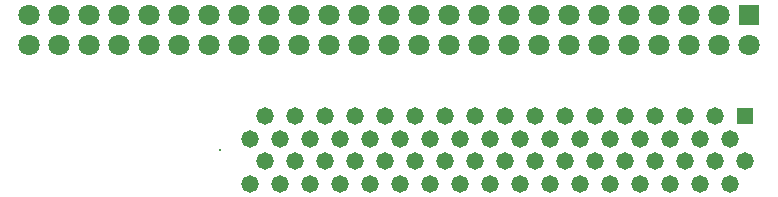
<source format=gts>
G04*
G04 #@! TF.GenerationSoftware,Altium Limited,Altium Designer,20.2.6 (244)*
G04*
G04 Layer_Color=8388736*
%FSAX24Y24*%
%MOIN*%
G70*
G04*
G04 #@! TF.SameCoordinates,4ACB88D7-B294-410B-95FA-DE5AC106DB3D*
G04*
G04*
G04 #@! TF.FilePolarity,Negative*
G04*
G01*
G75*
%ADD13C,0.0580*%
%ADD14R,0.0580X0.0580*%
%ADD15C,0.0080*%
%ADD16C,0.0710*%
%ADD17R,0.0710X0.0710*%
D13*
X256089Y127490D02*
D03*
X252089D02*
D03*
X248089D02*
D03*
X244089D02*
D03*
X240089D02*
D03*
X256089Y128990D02*
D03*
X254589Y128240D02*
D03*
X252089Y128990D02*
D03*
X250589Y128240D02*
D03*
X248089Y128990D02*
D03*
X246589Y128240D02*
D03*
X244089Y128990D02*
D03*
X242589Y128240D02*
D03*
X240089Y128990D02*
D03*
X254589Y129740D02*
D03*
X250589D02*
D03*
X246589D02*
D03*
X242589D02*
D03*
X254089Y127490D02*
D03*
X253089D02*
D03*
X251089D02*
D03*
X250089D02*
D03*
X246089D02*
D03*
X247089D02*
D03*
X245089D02*
D03*
X243089D02*
D03*
X242089D02*
D03*
X241089D02*
D03*
X256589Y128240D02*
D03*
X253589D02*
D03*
X252589D02*
D03*
X254089Y128990D02*
D03*
X253089D02*
D03*
X249589Y128240D02*
D03*
X251589D02*
D03*
X251089Y128990D02*
D03*
X250089D02*
D03*
X247589Y128240D02*
D03*
X248589D02*
D03*
X247089Y128990D02*
D03*
X246089D02*
D03*
X244589Y128240D02*
D03*
X243589D02*
D03*
X243089Y128990D02*
D03*
X245089D02*
D03*
X241589Y128240D02*
D03*
X240589D02*
D03*
X241089Y128990D02*
D03*
X242089D02*
D03*
X252589Y129740D02*
D03*
X253589D02*
D03*
X249589D02*
D03*
X251589D02*
D03*
X248589D02*
D03*
X247589D02*
D03*
X244589D02*
D03*
X243589D02*
D03*
X240589D02*
D03*
X241589D02*
D03*
X249089Y127490D02*
D03*
X255089D02*
D03*
X255589Y128240D02*
D03*
X245589D02*
D03*
X255089Y128990D02*
D03*
X249089D02*
D03*
X255589Y129740D02*
D03*
X245589D02*
D03*
D14*
X256589D02*
D03*
D15*
X239089Y128615D02*
D03*
D16*
X236742Y133115D02*
D03*
Y132115D02*
D03*
X235742Y133115D02*
D03*
X234742Y133115D02*
D03*
X233742D02*
D03*
X232742D02*
D03*
X235742Y132115D02*
D03*
X234742Y132115D02*
D03*
X233742D02*
D03*
X232742D02*
D03*
X247742D02*
D03*
X246742D02*
D03*
Y133115D02*
D03*
X247742D02*
D03*
X248742Y132115D02*
D03*
X249742Y132115D02*
D03*
X248742Y133115D02*
D03*
X249742Y133115D02*
D03*
X256742Y132115D02*
D03*
X255742Y133115D02*
D03*
Y132115D02*
D03*
X254742Y133115D02*
D03*
Y132115D02*
D03*
X253742Y133115D02*
D03*
Y132115D02*
D03*
X252742Y133115D02*
D03*
X251742D02*
D03*
X252742Y132115D02*
D03*
X251742D02*
D03*
X250742Y133115D02*
D03*
Y132115D02*
D03*
X245742Y133115D02*
D03*
Y132115D02*
D03*
X244742Y133115D02*
D03*
X243742Y133115D02*
D03*
X242742D02*
D03*
X241742D02*
D03*
X244742Y132115D02*
D03*
X243742Y132115D02*
D03*
X242742D02*
D03*
X241742D02*
D03*
X240742Y133115D02*
D03*
X239742Y133115D02*
D03*
X238742Y133115D02*
D03*
X237742D02*
D03*
X240742Y132115D02*
D03*
X239742Y132115D02*
D03*
X238742Y132115D02*
D03*
X237742D02*
D03*
D17*
X256742Y133115D02*
D03*
M02*

</source>
